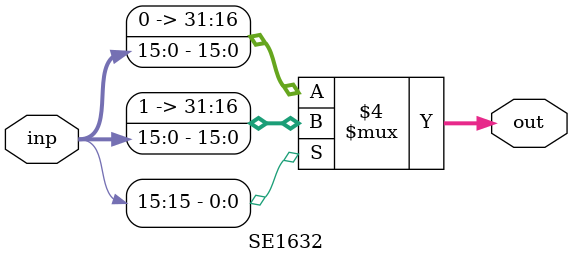
<source format=v>
module SE1632(inp,out);
    input[15:0] inp;
    output reg [31:0] out;
    always@(inp) begin
        if (inp[15] == 0)
            out = {16'b0,inp};
        else
            out = {16'b1111111111111111,inp};
    end
endmodule
</source>
